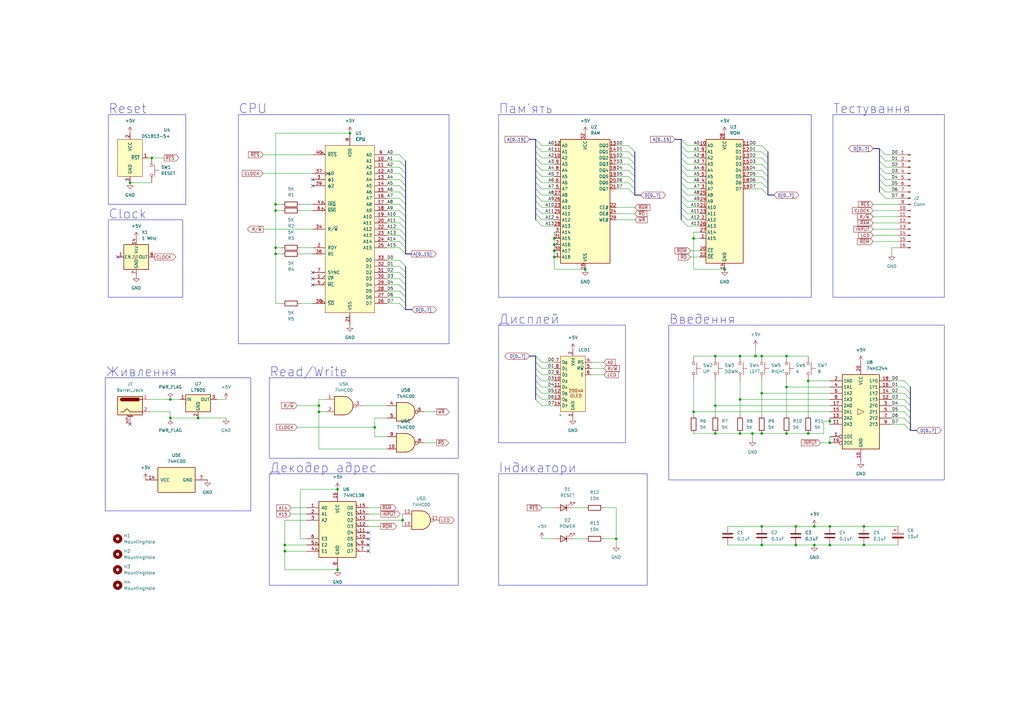
<source format=kicad_sch>
(kicad_sch (version 20230121) (generator eeschema)
  (paper "A3")
  (junction (at 334.01 215.9))
  (junction (at 340.36 181.61))
  (junction (at 303.53 177.8))
  (junction (at 331.47 156.21))
  (junction (at 308.61 177.8))
  (junction (at 331.47 177.8))
  (junction (at 293.37 166.37))
  (junction (at 113.03 86.36))
  (junction (at 309.88 146.05))
  (junction (at 354.33 223.52))
  (junction (at 293.37 146.05))
  (junction (at 143.51 54.61))
  (junction (at 312.42 146.05))
  (junction (at 116.84 226.06))
  (junction (at 326.39 215.9))
  (junction (at 113.03 83.82))
  (junction (at 227.33 97.79))
  (junction (at 165.1 213.36))
  (junction (at 116.84 223.52))
  (junction (at 130.81 168.91))
  (junction (at 113.03 101.6))
  (junction (at 227.33 105.41))
  (junction (at 322.58 158.75))
  (junction (at 312.42 177.8))
  (junction (at 62.23 64.77))
  (junction (at 227.33 102.87))
  (junction (at 326.39 223.52))
  (junction (at 322.58 177.8))
  (junction (at 354.33 215.9))
  (junction (at 284.48 168.91))
  (junction (at 284.48 97.79))
  (junction (at 322.58 146.05))
  (junction (at 227.33 100.33))
  (junction (at 153.67 175.26))
  (junction (at 334.01 223.52))
  (junction (at 297.18 110.49))
  (junction (at 340.36 172.72))
  (junction (at 138.43 200.66))
  (junction (at 81.28 171.45))
  (junction (at 130.81 166.37))
  (junction (at 340.36 215.9))
  (junction (at 312.42 223.52))
  (junction (at 113.03 104.14))
  (junction (at 240.03 110.49))
  (junction (at 303.53 146.05))
  (junction (at 312.42 215.9))
  (junction (at 340.36 223.52))
  (junction (at 69.85 163.83))
  (junction (at 312.42 161.29))
  (junction (at 138.43 233.68))
  (junction (at 293.37 177.8))
  (junction (at 69.85 171.45))
  (junction (at 252.73 220.98))
  (junction (at 303.53 163.83))
  (junction (at 53.34 74.93))
  (no_connect (at 151.13 223.52))
  (no_connect (at 151.13 218.44))
  (no_connect (at 53.34 173.99))
  (no_connect (at 151.13 226.06))
  (no_connect (at 151.13 220.98))
  (no_connect (at 128.27 76.2))
  (no_connect (at 128.27 73.66))
  (no_connect (at 128.27 114.3))
  (no_connect (at 48.26 105.41))
  (no_connect (at 128.27 116.84))
  (no_connect (at 128.27 111.76))
  (bus_entry (at 363.22 78.74) (size -2.54 -2.54))
  (bus_entry (at 163.83 81.28) (size 2.54 2.54))
  (bus_entry (at 312.42 69.85) (size 2.54 2.54))
  (bus_entry (at 363.22 76.2) (size -2.54 -2.54))
  (bus_entry (at 163.83 91.44) (size 2.54 2.54))
  (bus_entry (at 312.42 72.39) (size 2.54 2.54))
  (bus_entry (at 163.83 101.6) (size 2.54 2.54))
  (bus_entry (at 281.94 69.85) (size -2.54 -2.54))
  (bus_entry (at 257.81 69.85) (size 2.54 2.54))
  (bus_entry (at 370.84 163.83) (size 2.54 2.54))
  (bus_entry (at 163.83 68.58) (size 2.54 2.54))
  (bus_entry (at 257.81 59.69) (size 2.54 2.54))
  (bus_entry (at 163.83 66.04) (size 2.54 2.54))
  (bus_entry (at 163.83 124.46) (size 2.54 2.54))
  (bus_entry (at 163.83 73.66) (size 2.54 2.54))
  (bus_entry (at 163.83 99.06) (size 2.54 2.54))
  (bus_entry (at 222.25 62.23) (size -2.54 -2.54))
  (bus_entry (at 222.25 72.39) (size -2.54 -2.54))
  (bus_entry (at 163.83 116.84) (size 2.54 2.54))
  (bus_entry (at 281.94 62.23) (size -2.54 -2.54))
  (bus_entry (at 163.83 106.68) (size 2.54 2.54))
  (bus_entry (at 370.84 173.99) (size 2.54 2.54))
  (bus_entry (at 163.83 71.12) (size 2.54 2.54))
  (bus_entry (at 257.81 67.31) (size 2.54 2.54))
  (bus_entry (at 163.83 121.92) (size 2.54 2.54))
  (bus_entry (at 222.25 92.71) (size -2.54 -2.54))
  (bus_entry (at 312.42 74.93) (size 2.54 2.54))
  (bus_entry (at 281.94 59.69) (size -2.54 -2.54))
  (bus_entry (at 257.81 72.39) (size 2.54 2.54))
  (bus_entry (at 163.83 109.22) (size 2.54 2.54))
  (bus_entry (at 222.25 90.17) (size -2.54 -2.54))
  (bus_entry (at 281.94 85.09) (size -2.54 -2.54))
  (bus_entry (at 370.84 171.45) (size 2.54 2.54))
  (bus_entry (at 363.22 63.5) (size -2.54 -2.54))
  (bus_entry (at 312.42 77.47) (size 2.54 2.54))
  (bus_entry (at 163.83 63.5) (size 2.54 2.54))
  (bus_entry (at 222.25 77.47) (size -2.54 -2.54))
  (bus_entry (at 163.83 83.82) (size 2.54 2.54))
  (bus_entry (at 281.94 87.63) (size -2.54 -2.54))
  (bus_entry (at 312.42 59.69) (size 2.54 2.54))
  (bus_entry (at 370.84 166.37) (size 2.54 2.54))
  (bus_entry (at 222.25 166.37) (size -2.54 -2.54))
  (bus_entry (at 222.25 158.75) (size -2.54 -2.54))
  (bus_entry (at 222.25 151.13) (size -2.54 -2.54))
  (bus_entry (at 257.81 77.47) (size 2.54 2.54))
  (bus_entry (at 363.22 73.66) (size -2.54 -2.54))
  (bus_entry (at 257.81 62.23) (size 2.54 2.54))
  (bus_entry (at 281.94 74.93) (size -2.54 -2.54))
  (bus_entry (at 257.81 74.93) (size 2.54 2.54))
  (bus_entry (at 163.83 86.36) (size 2.54 2.54))
  (bus_entry (at 281.94 67.31) (size -2.54 -2.54))
  (bus_entry (at 163.83 119.38) (size 2.54 2.54))
  (bus_entry (at 222.25 85.09) (size -2.54 -2.54))
  (bus_entry (at 222.25 82.55) (size -2.54 -2.54))
  (bus_entry (at 163.83 114.3) (size 2.54 2.54))
  (bus_entry (at 281.94 72.39) (size -2.54 -2.54))
  (bus_entry (at 222.25 161.29) (size -2.54 -2.54))
  (bus_entry (at 222.25 87.63) (size -2.54 -2.54))
  (bus_entry (at 257.81 64.77) (size 2.54 2.54))
  (bus_entry (at 370.84 158.75) (size 2.54 2.54))
  (bus_entry (at 163.83 78.74) (size 2.54 2.54))
  (bus_entry (at 281.94 80.01) (size -2.54 -2.54))
  (bus_entry (at 281.94 90.17) (size -2.54 -2.54))
  (bus_entry (at 222.25 64.77) (size -2.54 -2.54))
  (bus_entry (at 163.83 88.9) (size 2.54 2.54))
  (bus_entry (at 281.94 77.47) (size -2.54 -2.54))
  (bus_entry (at 222.25 59.69) (size -2.54 -2.54))
  (bus_entry (at 163.83 96.52) (size 2.54 2.54))
  (bus_entry (at 312.42 67.31) (size 2.54 2.54))
  (bus_entry (at 222.25 69.85) (size -2.54 -2.54))
  (bus_entry (at 222.25 80.01) (size -2.54 -2.54))
  (bus_entry (at 222.25 153.67) (size -2.54 -2.54))
  (bus_entry (at 163.83 93.98) (size 2.54 2.54))
  (bus_entry (at 370.84 156.21) (size 2.54 2.54))
  (bus_entry (at 281.94 92.71) (size -2.54 -2.54))
  (bus_entry (at 222.25 163.83) (size -2.54 -2.54))
  (bus_entry (at 363.22 66.04) (size -2.54 -2.54))
  (bus_entry (at 281.94 64.77) (size -2.54 -2.54))
  (bus_entry (at 363.22 71.12) (size -2.54 -2.54))
  (bus_entry (at 163.83 76.2) (size 2.54 2.54))
  (bus_entry (at 222.25 148.59) (size -2.54 -2.54))
  (bus_entry (at 281.94 82.55) (size -2.54 -2.54))
  (bus_entry (at 370.84 168.91) (size 2.54 2.54))
  (bus_entry (at 222.25 67.31) (size -2.54 -2.54))
  (bus_entry (at 363.22 68.58) (size -2.54 -2.54))
  (bus_entry (at 222.25 74.93) (size -2.54 -2.54))
  (bus_entry (at 312.42 64.77) (size 2.54 2.54))
  (bus_entry (at 222.25 156.21) (size -2.54 -2.54))
  (bus_entry (at 163.83 111.76) (size 2.54 2.54))
  (bus_entry (at 363.22 81.28) (size -2.54 -2.54))
  (bus_entry (at 370.84 161.29) (size 2.54 2.54))
  (bus_entry (at 312.42 62.23) (size 2.54 2.54))
  (wire (pts (xy 227.33 158.75) (xy 222.25 158.75)))
  (wire (pts (xy 107.95 71.12) (xy 128.27 71.12)))
  (wire (pts (xy 368.3 68.58) (xy 363.22 68.58)))
  (wire (pts (xy 165.1 213.36) (xy 165.1 215.9)))
  (wire (pts (xy 227.33 92.71) (xy 222.25 92.71)))
  (wire (pts (xy 113.03 86.36) (xy 113.03 83.82)))
  (wire (pts (xy 153.67 171.45) (xy 158.75 171.45)))
  (wire (pts (xy 287.02 77.47) (xy 281.94 77.47)))
  (bus (pts (xy 373.38 161.29) (xy 373.38 163.83)))
  (bus (pts (xy 219.71 72.39) (xy 219.71 74.93)))
  (wire (pts (xy 115.57 101.6) (xy 113.03 101.6)))
  (bus (pts (xy 260.35 64.77) (xy 260.35 67.31)))
  (bus (pts (xy 373.38 166.37) (xy 373.38 168.91)))
  (wire (pts (xy 368.3 81.28) (xy 363.22 81.28)))
  (wire (pts (xy 340.36 179.07) (xy 340.36 181.61)))
  (wire (pts (xy 308.61 177.8) (xy 312.42 177.8)))
  (bus (pts (xy 166.37 66.04) (xy 166.37 68.58)))
  (wire (pts (xy 368.3 71.12) (xy 363.22 71.12)))
  (wire (pts (xy 307.34 72.39) (xy 312.42 72.39)))
  (wire (pts (xy 252.73 67.31) (xy 257.81 67.31)))
  (wire (pts (xy 158.75 73.66) (xy 163.83 73.66)))
  (bus (pts (xy 219.71 158.75) (xy 219.71 156.21)))
  (wire (pts (xy 130.81 168.91) (xy 133.35 168.91)))
  (wire (pts (xy 148.59 166.37) (xy 158.75 166.37)))
  (wire (pts (xy 252.73 208.28) (xy 252.73 220.98)))
  (bus (pts (xy 260.35 62.23) (xy 260.35 64.77)))
  (wire (pts (xy 227.33 148.59) (xy 222.25 148.59)))
  (bus (pts (xy 219.71 156.21) (xy 219.71 153.67)))
  (wire (pts (xy 284.48 146.05) (xy 293.37 146.05)))
  (wire (pts (xy 158.75 106.68) (xy 163.83 106.68)))
  (wire (pts (xy 227.33 105.41) (xy 227.33 110.49)))
  (bus (pts (xy 217.17 57.15) (xy 219.71 57.15)))
  (wire (pts (xy 312.42 161.29) (xy 340.36 161.29)))
  (wire (pts (xy 113.03 83.82) (xy 113.03 54.61)))
  (wire (pts (xy 252.73 64.77) (xy 257.81 64.77)))
  (bus (pts (xy 166.37 119.38) (xy 166.37 121.92)))
  (wire (pts (xy 307.34 64.77) (xy 312.42 64.77)))
  (wire (pts (xy 116.84 223.52) (xy 116.84 226.06)))
  (wire (pts (xy 62.23 64.77) (xy 67.31 64.77)))
  (wire (pts (xy 113.03 54.61) (xy 143.51 54.61)))
  (wire (pts (xy 227.33 156.21) (xy 222.25 156.21)))
  (wire (pts (xy 287.02 87.63) (xy 281.94 87.63)))
  (bus (pts (xy 279.4 57.15) (xy 279.4 59.69)))
  (wire (pts (xy 227.33 69.85) (xy 222.25 69.85)))
  (wire (pts (xy 158.75 83.82) (xy 163.83 83.82)))
  (wire (pts (xy 326.39 215.9) (xy 334.01 215.9)))
  (bus (pts (xy 219.71 82.55) (xy 219.71 85.09)))
  (wire (pts (xy 283.21 105.41) (xy 287.02 105.41)))
  (bus (pts (xy 279.4 67.31) (xy 279.4 69.85)))
  (wire (pts (xy 354.33 223.52) (xy 340.36 223.52)))
  (wire (pts (xy 115.57 83.82) (xy 113.03 83.82)))
  (wire (pts (xy 88.9 163.83) (xy 92.71 163.83)))
  (wire (pts (xy 62.23 74.93) (xy 53.34 74.93)))
  (wire (pts (xy 309.88 146.05) (xy 312.42 146.05)))
  (wire (pts (xy 368.3 78.74) (xy 363.22 78.74)))
  (wire (pts (xy 252.73 69.85) (xy 257.81 69.85)))
  (wire (pts (xy 252.73 223.52) (xy 252.73 220.98)))
  (wire (pts (xy 158.75 71.12) (xy 163.83 71.12)))
  (wire (pts (xy 336.55 181.61) (xy 340.36 181.61)))
  (wire (pts (xy 307.34 67.31) (xy 312.42 67.31)))
  (wire (pts (xy 368.3 76.2) (xy 363.22 76.2)))
  (bus (pts (xy 260.35 77.47) (xy 260.35 80.01)))
  (wire (pts (xy 158.75 91.44) (xy 163.83 91.44)))
  (wire (pts (xy 247.65 153.67) (xy 242.57 153.67)))
  (bus (pts (xy 219.71 163.83) (xy 219.71 161.29)))
  (wire (pts (xy 365.76 168.91) (xy 370.84 168.91)))
  (wire (pts (xy 283.21 102.87) (xy 287.02 102.87)))
  (wire (pts (xy 158.75 88.9) (xy 163.83 88.9)))
  (bus (pts (xy 314.96 80.01) (xy 317.5 80.01)))
  (wire (pts (xy 227.33 102.87) (xy 227.33 105.41)))
  (wire (pts (xy 293.37 166.37) (xy 293.37 156.21)))
  (bus (pts (xy 219.71 80.01) (xy 219.71 82.55)))
  (bus (pts (xy 373.38 176.53) (xy 375.92 176.53)))
  (wire (pts (xy 158.75 96.52) (xy 163.83 96.52)))
  (wire (pts (xy 158.75 68.58) (xy 163.83 68.58)))
  (wire (pts (xy 326.39 223.52) (xy 312.42 223.52)))
  (wire (pts (xy 340.36 166.37) (xy 293.37 166.37)))
  (bus (pts (xy 166.37 116.84) (xy 166.37 119.38)))
  (wire (pts (xy 293.37 177.8) (xy 303.53 177.8)))
  (wire (pts (xy 158.75 179.07) (xy 153.67 179.07)))
  (wire (pts (xy 284.48 97.79) (xy 287.02 97.79)))
  (bus (pts (xy 360.68 73.66) (xy 360.68 71.12)))
  (wire (pts (xy 227.33 151.13) (xy 222.25 151.13)))
  (wire (pts (xy 287.02 62.23) (xy 281.94 62.23)))
  (wire (pts (xy 130.81 168.91) (xy 130.81 184.15)))
  (wire (pts (xy 340.36 172.72) (xy 340.36 173.99)))
  (bus (pts (xy 166.37 81.28) (xy 166.37 83.82)))
  (wire (pts (xy 331.47 177.8) (xy 337.82 177.8)))
  (wire (pts (xy 116.84 233.68) (xy 138.43 233.68)))
  (wire (pts (xy 340.36 215.9) (xy 354.33 215.9)))
  (wire (pts (xy 60.96 168.91) (xy 69.85 168.91)))
  (bus (pts (xy 314.96 62.23) (xy 314.96 64.77)))
  (wire (pts (xy 116.84 223.52) (xy 125.73 223.52)))
  (wire (pts (xy 298.45 215.9) (xy 312.42 215.9)))
  (wire (pts (xy 337.82 172.72) (xy 340.36 172.72)))
  (wire (pts (xy 358.14 86.36) (xy 368.3 86.36)))
  (wire (pts (xy 113.03 104.14) (xy 113.03 101.6)))
  (bus (pts (xy 314.96 67.31) (xy 314.96 69.85)))
  (bus (pts (xy 279.4 59.69) (xy 279.4 62.23)))
  (bus (pts (xy 166.37 101.6) (xy 166.37 104.14)))
  (bus (pts (xy 314.96 74.93) (xy 314.96 77.47)))
  (wire (pts (xy 128.27 83.82) (xy 123.19 83.82)))
  (bus (pts (xy 219.71 146.05) (xy 217.17 146.05)))
  (wire (pts (xy 123.19 200.66) (xy 138.43 200.66)))
  (wire (pts (xy 227.33 72.39) (xy 222.25 72.39)))
  (wire (pts (xy 158.75 93.98) (xy 163.83 93.98)))
  (wire (pts (xy 227.33 87.63) (xy 222.25 87.63)))
  (wire (pts (xy 158.75 63.5) (xy 163.83 63.5)))
  (wire (pts (xy 227.33 100.33) (xy 227.33 102.87)))
  (wire (pts (xy 252.73 77.47) (xy 257.81 77.47)))
  (wire (pts (xy 308.61 177.8) (xy 308.61 180.34)))
  (wire (pts (xy 173.99 181.61) (xy 179.07 181.61)))
  (bus (pts (xy 373.38 158.75) (xy 373.38 161.29)))
  (wire (pts (xy 322.58 158.75) (xy 340.36 158.75)))
  (wire (pts (xy 312.42 177.8) (xy 322.58 177.8)))
  (wire (pts (xy 227.33 163.83) (xy 222.25 163.83)))
  (wire (pts (xy 123.19 220.98) (xy 123.19 200.66)))
  (wire (pts (xy 115.57 124.46) (xy 113.03 124.46)))
  (bus (pts (xy 219.71 153.67) (xy 219.71 151.13)))
  (bus (pts (xy 360.68 76.2) (xy 360.68 73.66)))
  (wire (pts (xy 358.14 99.06) (xy 368.3 99.06)))
  (wire (pts (xy 156.21 210.82) (xy 151.13 210.82)))
  (wire (pts (xy 116.84 226.06) (xy 116.84 233.68)))
  (wire (pts (xy 365.76 171.45) (xy 370.84 171.45)))
  (wire (pts (xy 158.75 119.38) (xy 163.83 119.38)))
  (wire (pts (xy 252.73 62.23) (xy 257.81 62.23)))
  (bus (pts (xy 279.4 82.55) (xy 279.4 85.09)))
  (wire (pts (xy 234.95 208.28) (xy 240.03 208.28)))
  (wire (pts (xy 227.33 62.23) (xy 222.25 62.23)))
  (wire (pts (xy 368.3 101.6) (xy 365.76 101.6)))
  (wire (pts (xy 284.48 97.79) (xy 284.48 110.49)))
  (wire (pts (xy 227.33 67.31) (xy 222.25 67.31)))
  (wire (pts (xy 158.75 101.6) (xy 163.83 101.6)))
  (wire (pts (xy 128.27 124.46) (xy 123.19 124.46)))
  (wire (pts (xy 227.33 64.77) (xy 222.25 64.77)))
  (wire (pts (xy 128.27 86.36) (xy 123.19 86.36)))
  (wire (pts (xy 158.75 121.92) (xy 163.83 121.92)))
  (bus (pts (xy 373.38 163.83) (xy 373.38 166.37)))
  (bus (pts (xy 219.71 151.13) (xy 219.71 148.59)))
  (wire (pts (xy 113.03 101.6) (xy 113.03 86.36)))
  (bus (pts (xy 219.71 148.59) (xy 219.71 146.05)))
  (bus (pts (xy 166.37 111.76) (xy 166.37 114.3)))
  (wire (pts (xy 284.48 110.49) (xy 297.18 110.49)))
  (wire (pts (xy 303.53 146.05) (xy 309.88 146.05)))
  (wire (pts (xy 307.34 59.69) (xy 312.42 59.69)))
  (wire (pts (xy 252.73 74.93) (xy 257.81 74.93)))
  (wire (pts (xy 303.53 163.83) (xy 340.36 163.83)))
  (bus (pts (xy 219.71 59.69) (xy 219.71 62.23)))
  (wire (pts (xy 128.27 101.6) (xy 123.19 101.6)))
  (wire (pts (xy 284.48 168.91) (xy 340.36 168.91)))
  (wire (pts (xy 368.3 73.66) (xy 363.22 73.66)))
  (bus (pts (xy 166.37 83.82) (xy 166.37 86.36)))
  (wire (pts (xy 358.14 83.82) (xy 368.3 83.82)))
  (wire (pts (xy 116.84 213.36) (xy 116.84 223.52)))
  (wire (pts (xy 358.14 91.44) (xy 368.3 91.44)))
  (wire (pts (xy 156.21 215.9) (xy 151.13 215.9)))
  (bus (pts (xy 166.37 78.74) (xy 166.37 81.28)))
  (bus (pts (xy 166.37 88.9) (xy 166.37 91.44)))
  (wire (pts (xy 293.37 166.37) (xy 293.37 170.18)))
  (bus (pts (xy 219.71 161.29) (xy 219.71 158.75)))
  (bus (pts (xy 166.37 68.58) (xy 166.37 71.12)))
  (bus (pts (xy 166.37 71.12) (xy 166.37 73.66)))
  (bus (pts (xy 314.96 64.77) (xy 314.96 67.31)))
  (wire (pts (xy 284.48 95.25) (xy 287.02 95.25)))
  (wire (pts (xy 307.34 77.47) (xy 312.42 77.47)))
  (wire (pts (xy 119.38 210.82) (xy 125.73 210.82)))
  (bus (pts (xy 279.4 87.63) (xy 279.4 90.17)))
  (wire (pts (xy 365.76 166.37) (xy 370.84 166.37)))
  (wire (pts (xy 227.33 77.47) (xy 222.25 77.47)))
  (bus (pts (xy 314.96 72.39) (xy 314.96 74.93)))
  (wire (pts (xy 287.02 64.77) (xy 281.94 64.77)))
  (bus (pts (xy 360.68 68.58) (xy 360.68 66.04)))
  (wire (pts (xy 334.01 215.9) (xy 340.36 215.9)))
  (wire (pts (xy 368.3 223.52) (xy 354.33 223.52)))
  (bus (pts (xy 166.37 109.22) (xy 166.37 111.76)))
  (wire (pts (xy 322.58 156.21) (xy 322.58 158.75)))
  (wire (pts (xy 113.03 86.36) (xy 115.57 86.36)))
  (wire (pts (xy 287.02 80.01) (xy 281.94 80.01)))
  (wire (pts (xy 247.65 151.13) (xy 242.57 151.13)))
  (wire (pts (xy 227.33 97.79) (xy 227.33 100.33)))
  (bus (pts (xy 219.71 87.63) (xy 219.71 90.17)))
  (wire (pts (xy 287.02 59.69) (xy 281.94 59.69)))
  (wire (pts (xy 334.01 223.52) (xy 326.39 223.52)))
  (wire (pts (xy 307.34 69.85) (xy 312.42 69.85)))
  (wire (pts (xy 287.02 67.31) (xy 281.94 67.31)))
  (bus (pts (xy 166.37 127) (xy 168.91 127)))
  (wire (pts (xy 227.33 74.93) (xy 222.25 74.93)))
  (wire (pts (xy 151.13 213.36) (xy 165.1 213.36)))
  (wire (pts (xy 133.35 163.83) (xy 130.81 163.83)))
  (bus (pts (xy 166.37 91.44) (xy 166.37 93.98)))
  (wire (pts (xy 121.92 166.37) (xy 130.81 166.37)))
  (wire (pts (xy 303.53 170.18) (xy 303.53 163.83)))
  (bus (pts (xy 166.37 124.46) (xy 166.37 127)))
  (wire (pts (xy 227.33 80.01) (xy 222.25 80.01)))
  (wire (pts (xy 287.02 72.39) (xy 281.94 72.39)))
  (wire (pts (xy 125.73 220.98) (xy 123.19 220.98)))
  (bus (pts (xy 166.37 121.92) (xy 166.37 124.46)))
  (wire (pts (xy 365.76 173.99) (xy 370.84 173.99)))
  (wire (pts (xy 158.75 99.06) (xy 163.83 99.06)))
  (wire (pts (xy 260.35 85.09) (xy 252.73 85.09)))
  (bus (pts (xy 360.68 66.04) (xy 360.68 63.5)))
  (bus (pts (xy 314.96 69.85) (xy 314.96 72.39)))
  (wire (pts (xy 307.34 62.23) (xy 312.42 62.23)))
  (wire (pts (xy 153.67 179.07) (xy 153.67 175.26)))
  (wire (pts (xy 158.75 114.3) (xy 163.83 114.3)))
  (wire (pts (xy 107.95 93.98) (xy 128.27 93.98)))
  (wire (pts (xy 227.33 153.67) (xy 222.25 153.67)))
  (bus (pts (xy 279.4 72.39) (xy 279.4 74.93)))
  (wire (pts (xy 368.3 66.04) (xy 363.22 66.04)))
  (wire (pts (xy 284.48 177.8) (xy 293.37 177.8)))
  (wire (pts (xy 337.82 177.8) (xy 337.82 172.72)))
  (wire (pts (xy 69.85 171.45) (xy 81.28 171.45)))
  (bus (pts (xy 166.37 73.66) (xy 166.37 76.2)))
  (bus (pts (xy 219.71 77.47) (xy 219.71 80.01)))
  (bus (pts (xy 166.37 96.52) (xy 166.37 99.06)))
  (bus (pts (xy 166.37 86.36) (xy 166.37 88.9)))
  (bus (pts (xy 219.71 62.23) (xy 219.71 64.77)))
  (wire (pts (xy 287.02 90.17) (xy 281.94 90.17)))
  (wire (pts (xy 234.95 220.98) (xy 240.03 220.98)))
  (bus (pts (xy 279.4 69.85) (xy 279.4 72.39)))
  (wire (pts (xy 322.58 146.05) (xy 331.47 146.05)))
  (bus (pts (xy 279.4 62.23) (xy 279.4 64.77)))
  (wire (pts (xy 158.75 111.76) (xy 163.83 111.76)))
  (wire (pts (xy 365.76 156.21) (xy 370.84 156.21)))
  (wire (pts (xy 227.33 95.25) (xy 227.33 97.79)))
  (bus (pts (xy 260.35 67.31) (xy 260.35 69.85)))
  (wire (pts (xy 365.76 163.83) (xy 370.84 163.83)))
  (bus (pts (xy 166.37 104.14) (xy 168.91 104.14)))
  (wire (pts (xy 322.58 177.8) (xy 331.47 177.8)))
  (wire (pts (xy 331.47 156.21) (xy 331.47 170.18)))
  (bus (pts (xy 279.4 64.77) (xy 279.4 67.31)))
  (wire (pts (xy 303.53 156.21) (xy 303.53 163.83)))
  (wire (pts (xy 119.38 208.28) (xy 125.73 208.28)))
  (bus (pts (xy 360.68 63.5) (xy 360.68 60.96)))
  (bus (pts (xy 166.37 93.98) (xy 166.37 96.52)))
  (wire (pts (xy 158.75 109.22) (xy 163.83 109.22)))
  (bus (pts (xy 373.38 168.91) (xy 373.38 171.45)))
  (wire (pts (xy 113.03 124.46) (xy 113.03 104.14)))
  (wire (pts (xy 307.34 74.93) (xy 312.42 74.93)))
  (wire (pts (xy 222.25 220.98) (xy 227.33 220.98)))
  (bus (pts (xy 276.86 57.15) (xy 279.4 57.15)))
  (wire (pts (xy 247.65 208.28) (xy 252.73 208.28)))
  (bus (pts (xy 219.71 85.09) (xy 219.71 87.63)))
  (bus (pts (xy 166.37 99.06) (xy 166.37 101.6)))
  (wire (pts (xy 227.33 161.29) (xy 222.25 161.29)))
  (wire (pts (xy 312.42 215.9) (xy 326.39 215.9)))
  (bus (pts (xy 360.68 71.12) (xy 360.68 68.58)))
  (wire (pts (xy 62.23 64.77) (xy 60.96 64.77)))
  (bus (pts (xy 314.96 77.47) (xy 314.96 80.01)))
  (bus (pts (xy 166.37 76.2) (xy 166.37 78.74)))
  (bus (pts (xy 219.71 69.85) (xy 219.71 72.39)))
  (wire (pts (xy 260.35 90.17) (xy 252.73 90.17)))
  (wire (pts (xy 156.21 208.28) (xy 151.13 208.28)))
  (wire (pts (xy 227.33 82.55) (xy 222.25 82.55)))
  (wire (pts (xy 115.57 104.14) (xy 113.03 104.14)))
  (wire (pts (xy 128.27 104.14) (xy 123.19 104.14)))
  (bus (pts (xy 279.4 77.47) (xy 279.4 80.01)))
  (wire (pts (xy 158.75 86.36) (xy 163.83 86.36)))
  (wire (pts (xy 358.14 88.9) (xy 368.3 88.9)))
  (wire (pts (xy 365.76 161.29) (xy 370.84 161.29)))
  (bus (pts (xy 219.71 67.31) (xy 219.71 69.85)))
  (bus (pts (xy 219.71 64.77) (xy 219.71 67.31)))
  (bus (pts (xy 260.35 74.93) (xy 260.35 77.47)))
  (wire (pts (xy 312.42 161.29) (xy 312.42 170.18)))
  (wire (pts (xy 331.47 156.21) (xy 340.36 156.21)))
  (wire (pts (xy 227.33 85.09) (xy 222.25 85.09)))
  (wire (pts (xy 260.35 87.63) (xy 252.73 87.63)))
  (bus (pts (xy 260.35 72.39) (xy 260.35 74.93)))
  (bus (pts (xy 373.38 171.45) (xy 373.38 173.99)))
  (wire (pts (xy 252.73 59.69) (xy 257.81 59.69)))
  (wire (pts (xy 92.71 171.45) (xy 81.28 171.45)))
  (bus (pts (xy 360.68 60.96) (xy 358.14 60.96)))
  (wire (pts (xy 116.84 213.36) (xy 125.73 213.36)))
  (wire (pts (xy 252.73 72.39) (xy 257.81 72.39)))
  (wire (pts (xy 284.48 170.18) (xy 284.48 168.91)))
  (wire (pts (xy 222.25 208.28) (xy 227.33 208.28)))
  (wire (pts (xy 365.76 101.6) (xy 365.76 104.14)))
  (wire (pts (xy 165.1 210.82) (xy 165.1 213.36)))
  (wire (pts (xy 179.07 168.91) (xy 173.99 168.91)))
  (wire (pts (xy 121.92 175.26) (xy 153.67 175.26)))
  (wire (pts (xy 130.81 184.15) (xy 158.75 184.15)))
  (wire (pts (xy 158.75 124.46) (xy 163.83 124.46)))
  (wire (pts (xy 158.75 76.2) (xy 163.83 76.2)))
  (wire (pts (xy 158.75 78.74) (xy 163.83 78.74)))
  (bus (pts (xy 373.38 173.99) (xy 373.38 176.53)))
  (wire (pts (xy 340.36 171.45) (xy 340.36 172.72)))
  (bus (pts (xy 260.35 69.85) (xy 260.35 72.39)))
  (wire (pts (xy 358.14 93.98) (xy 368.3 93.98)))
  (wire (pts (xy 240.03 110.49) (xy 227.33 110.49)))
  (bus (pts (xy 279.4 74.93) (xy 279.4 77.47)))
  (wire (pts (xy 158.75 66.04) (xy 163.83 66.04)))
  (wire (pts (xy 153.67 171.45) (xy 153.67 175.26)))
  (wire (pts (xy 227.33 166.37) (xy 222.25 166.37)))
  (wire (pts (xy 158.75 81.28) (xy 163.83 81.28)))
  (wire (pts (xy 284.48 95.25) (xy 284.48 97.79)))
  (wire (pts (xy 247.65 148.59) (xy 242.57 148.59)))
  (wire (pts (xy 287.02 82.55) (xy 281.94 82.55)))
  (wire (pts (xy 303.53 177.8) (xy 308.61 177.8)))
  (wire (pts (xy 368.3 96.52) (xy 358.14 96.52)))
  (wire (pts (xy 69.85 163.83) (xy 73.66 163.83)))
  (wire (pts (xy 340.36 223.52) (xy 334.01 223.52)))
  (wire (pts (xy 227.33 59.69) (xy 222.25 59.69)))
  (wire (pts (xy 365.76 158.75) (xy 370.84 158.75)))
  (wire (pts (xy 107.95 63.5) (xy 128.27 63.5)))
  (bus (pts (xy 260.35 80.01) (xy 262.89 80.01)))
  (wire (pts (xy 60.96 163.83) (xy 69.85 163.83)))
  (bus (pts (xy 360.68 78.74) (xy 360.68 76.2)))
  (wire (pts (xy 309.88 142.24) (xy 309.88 146.05)))
  (wire (pts (xy 287.02 92.71) (xy 281.94 92.71)))
  (wire (pts (xy 287.02 74.93) (xy 281.94 74.93)))
  (wire (pts (xy 252.73 220.98) (xy 247.65 220.98)))
  (wire (pts (xy 312.42 146.05) (xy 322.58 146.05)))
  (wire (pts (xy 287.02 69.85) (xy 281.94 69.85)))
  (wire (pts (xy 130.81 166.37) (xy 130.81 168.91)))
  (bus (pts (xy 219.71 57.15) (xy 219.71 59.69)))
  (wire (pts (xy 69.85 168.91) (xy 69.85 171.45)))
  (wire (pts (xy 312.42 156.21) (xy 312.42 161.29)))
  (wire (pts (xy 116.84 226.06) (xy 125.73 226.06)))
  (wire (pts (xy 158.75 116.84) (xy 163.83 116.84)))
  (wire (pts (xy 287.02 85.09) (xy 281.94 85.09)))
  (bus (pts (xy 219.71 74.93) (xy 219.71 77.47)))
  (wire (pts (xy 368.3 63.5) (xy 363.22 63.5)))
  (wire (pts (xy 130.81 163.83) (xy 130.81 166.37)))
  (wire (pts (xy 284.48 156.21) (xy 284.48 168.91)))
  (bus (pts (xy 279.4 80.01) (xy 279.4 82.55)))
  (wire (pts (xy 227.33 90.17) (xy 222.25 90.17)))
  (wire (pts (xy 293.37 146.05) (xy 303.53 146.05)))
  (wire (pts (xy 354.33 215.9) (xy 368.3 215.9)))
  (wire (pts (xy 312.42 223.52) (xy 298.45 223.52)))
  (bus (pts (xy 166.37 114.3) (xy 166.37 116.84)))
  (wire (pts (xy 322.58 170.18) (xy 322.58 158.75)))
  (bus (pts (xy 279.4 85.09) (xy 279.4 87.63)))
  (rectangle (start 110.49 194.31) (end 187.96 240.03))
  (rectangle (start 274.32 133.35) (end 387.35 196.85))
  (rectangle (start 204.47 133.35) (end 256.54 181.61))
  (rectangle (start 44.45 90.17) (end 74.93 121.92))
  (rectangle (start 341.63 46.99) (end 387.35 121.92))
  (rectangle (start 43.18 154.94) (end 102.87 209.55))
  (rectangle (start 44.45 46.99) (end 76.2 83.82))
  (rectangle (start 204.47 46.99) (end 332.74 121.92))
  (rectangle (start 110.49 154.94) (end 187.96 187.96))
  (rectangle (start 97.79 46.99) (end 184.15 140.97))
  (rectangle (start 204.47 194.31) (end 265.43 240.03))
  (text "Тестування" (at 341.63 46.99 0) (effects (font (size 3.81 3.81)) (justify left bottom)))
  (text "Декодер адрес" (at 110.49 194.31 0) (effects (font (size 3.81 3.81)) (justify left bottom)))
  (text "Reset" (at 44.45 46.99 0) (effects (font (size 3.81 3.81)) (justify left bottom)))
  (text "Clock" (at 44.45 90.17 0) (effects (font (size 3.81 3.81)) (justify left bottom)))
  (text "Живлення" (at 43.18 154.94 0) (effects (font (size 3.81 3.81)) (justify left bottom)))
  (text "Пам'ять" (at 204.47 46.99 0) (effects (font (size 3.81 3.81)) (justify left bottom)))
  (text "Введення" (at 274.32 133.35 0) (effects (font (size 3.81 3.81)) (justify left bottom)))
  (text "Дисплей" (at 204.47 133.35 0) (effects (font (size 3.81 3.81)) (justify left bottom)))
  (text "Індикатори" (at 204.47 194.31 0) (effects (font (size 3.81 3.81)) (justify left bottom)))
  (text "CPU" (at 97.79 46.99 0) (effects (font (size 3.81 3.81)) (justify left bottom)))
  (text "Read/Write" (at 110.49 154.94 0) (effects (font (size 3.81 3.81)) (justify left bottom)))
  (label "A0" (at 158.75 63.5 0))
  (label "A0" (at 287.02 59.69 180))
  (label "A14" (at 158.75 99.06 0))
  (label "A6" (at 158.75 78.74 0))
  (label "A9" (at 287.02 82.55 180))
  (label "A9" (at 158.75 86.36 0))
  (label "D0" (at 158.75 106.68 0))
  (label "A9" (at 227.33 82.55 180))
  (label "D6" (at 227.33 163.83 180))
  (label "A6" (at 227.33 74.93 180))
  (label "D7" (at 252.73 77.47 0))
  (label "D3" (at 365.76 163.83 0))
  (label "D6" (at 307.34 74.93 0))
  (label "A4" (at 158.75 73.66 0))
  (label "D7" (at 158.75 124.46 0))
  (label "A5" (at 158.75 76.2 0))
  (label "D5" (at 368.3 76.2 180))
  (label "A5" (at 287.02 72.39 180))
  (label "D7" (at 368.3 81.28 180))
  (label "A10" (at 158.75 88.9 0))
  (label "D0" (at 365.76 156.21 0))
  (label "D0" (at 368.3 63.5 180))
  (label "A12" (at 227.33 90.17 180))
  (label "A2" (at 287.02 64.77 180))
  (label "D4" (at 158.75 116.84 0))
  (label "D4" (at 307.34 69.85 0))
  (label "D6" (at 368.3 78.74 180))
  (label "D5" (at 252.73 72.39 0))
  (label "D6" (at 252.73 74.93 0))
  (label "D2" (at 368.3 68.58 180))
  (label "A13" (at 227.33 92.71 180))
  (label "D2" (at 252.73 64.77 0))
  (label "D5" (at 158.75 119.38 0))
  (label "A8" (at 287.02 80.01 180))
  (label "D5" (at 227.33 161.29 180))
  (label "A11" (at 158.75 91.44 0))
  (label "D0" (at 227.33 148.59 180))
  (label "D7" (at 307.34 77.47 0))
  (label "A3" (at 158.75 71.12 0))
  (label "A8" (at 158.75 83.82 0))
  (label "A7" (at 287.02 77.47 180))
  (label "A6" (at 287.02 74.93 180))
  (label "A10" (at 227.33 85.09 180))
  (label "A11" (at 287.02 87.63 180))
  (label "A3" (at 287.02 67.31 180))
  (label "D2" (at 227.33 153.67 180))
  (label "A11" (at 227.33 87.63 180))
  (label "A7" (at 227.33 77.47 180))
  (label "D7" (at 227.33 166.37 180))
  (label "A3" (at 227.33 67.31 180))
  (label "D4" (at 252.73 69.85 0))
  (label "A2" (at 227.33 64.77 180))
  (label "D3" (at 252.73 67.31 0))
  (label "A4" (at 227.33 69.85 180))
  (label "D1" (at 252.73 62.23 0))
  (label "A4" (at 287.02 69.85 180))
  (label "A1" (at 287.02 62.23 180))
  (label "D1" (at 227.33 151.13 180))
  (label "D2" (at 307.34 64.77 0))
  (label "D5" (at 307.34 72.39 0))
  (label "D4" (at 365.76 166.37 0))
  (label "D7" (at 365.76 173.99 0))
  (label "A1" (at 158.75 66.04 0))
  (label "D0" (at 252.73 59.69 0))
  (label "A8" (at 227.33 80.01 180))
  (label "D1" (at 158.75 109.22 0))
  (label "D3" (at 307.34 67.31 0))
  (label "D3" (at 158.75 114.3 0))
  (label "D1" (at 307.34 62.23 0))
  (label "A12" (at 287.02 90.17 180))
  (label "A5" (at 227.33 72.39 180))
  (label "D2" (at 365.76 161.29 0))
  (label "A1" (at 227.33 62.23 180))
  (label "D6" (at 365.76 171.45 0))
  (label "A7" (at 158.75 81.28 0))
  (label "D6" (at 158.75 121.92 0))
  (label "D1" (at 365.76 158.75 0))
  (label "D0" (at 307.34 59.69 0))
  (label "D2" (at 158.75 111.76 0))
  (label "A13" (at 158.75 96.52 0))
  (label "D4" (at 368.3 73.66 180))
  (label "A12" (at 158.75 93.98 0))
  (label "D1" (at 368.3 66.04 180))
  (label "D3" (at 368.3 71.12 180))
  (label "A2" (at 158.75 68.58 0))
  (label "A10" (at 287.02 85.09 180))
  (label "D4" (at 227.33 158.75 180))
  (label "D3" (at 227.33 156.21 180))
  (label "A15" (at 158.75 101.6 0))
  (label "D5" (at 365.76 168.91 0))
  (label "A0" (at 227.33 59.69 180))
  (label "A13" (at 287.02 92.71 180))
  (global_label "~{RAM}" (shape input) (at 260.35 85.09 0) (property "Intersheetrefs" "${INTERSHEET_REFS}" (effects hide)))
  (global_label "A14" (shape input) (at 119.38 208.28 180) (property "Intersheetrefs" "${INTERSHEET_REFS}" (effects hide)))
  (global_label "D[0..7]" (shape bidirectional) (at 217.17 146.05 180) (property "Intersheetrefs" "${INTERSHEET_REFS}" (effects hide)))
  (global_label "~{WR}" (shape input) (at 260.35 90.17 0) (property "Intersheetrefs" "${INTERSHEET_REFS}" (effects hide)))
  (global_label "A[0..15]" (shape output) (at 168.91 104.14 0) (property "Intersheetrefs" "${INTERSHEET_REFS}" (effects hide)))
  (global_label "~{ROM}" (shape input) (at 283.21 102.87 180) (property "Intersheetrefs" "${INTERSHEET_REFS}" (effects hide)))
  (global_label "A0" (shape input) (at 247.65 148.59 0) (property "Intersheetrefs" "${INTERSHEET_REFS}" (effects hide)))
  (global_label "~{INPUT}" (shape input) (at 336.55 181.61 180) (property "Intersheetrefs" "${INTERSHEET_REFS}" (effects hide)))
  (global_label "~{RAM}" (shape output) (at 156.21 208.28 0) (property "Intersheetrefs" "${INTERSHEET_REFS}" (effects hide)))
  (global_label "A[0..15]" (shape input) (at 276.86 57.15 180) (property "Intersheetrefs" "${INTERSHEET_REFS}" (effects hide)))
  (global_label "CLOCK" (shape output) (at 63.5 105.41 0) (property "Intersheetrefs" "${INTERSHEET_REFS}" (effects hide)))
  (global_label "LCD" (shape input) (at 247.65 153.67 0) (property "Intersheetrefs" "${INTERSHEET_REFS}" (effects hide)))
  (global_label "CLOCK" (shape input) (at 358.14 86.36 180) (property "Intersheetrefs" "${INTERSHEET_REFS}" (effects hide)))
  (global_label "~{RD}" (shape input) (at 283.21 105.41 180) (property "Intersheetrefs" "${INTERSHEET_REFS}" (effects hide)))
  (global_label "~{RD}" (shape input) (at 260.35 87.63 0) (property "Intersheetrefs" "${INTERSHEET_REFS}" (effects hide)))
  (global_label "CLOCK" (shape input) (at 121.92 175.26 180) (property "Intersheetrefs" "${INTERSHEET_REFS}" (effects hide)))
  (global_label "LCD" (shape input) (at 358.14 96.52 180) (property "Intersheetrefs" "${INTERSHEET_REFS}" (effects hide)))
  (global_label "R{slash}~{W}" (shape input) (at 121.92 166.37 180) (property "Intersheetrefs" "${INTERSHEET_REFS}" (effects hide)))
  (global_label "~{RES}" (shape input) (at 107.95 63.5 180) (property "Intersheetrefs" "${INTERSHEET_REFS}" (effects hide)))
  (global_label "R{slash}~{W}" (shape input) (at 358.14 88.9 180) (property "Intersheetrefs" "${INTERSHEET_REFS}" (effects hide)))
  (global_label "A15" (shape input) (at 119.38 210.82 180) (property "Intersheetrefs" "${INTERSHEET_REFS}" (effects hide)))
  (global_label "D[0..7]" (shape bidirectional) (at 262.89 80.01 0) (property "Intersheetrefs" "${INTERSHEET_REFS}" (effects hide)))
  (global_label "R{slash}~{W}" (shape output) (at 107.95 93.98 180) (property "Intersheetrefs" "${INTERSHEET_REFS}" (effects hide)))
  (global_label "~{ROM}" (shape output) (at 156.21 215.9 0) (property "Intersheetrefs" "${INTERSHEET_REFS}" (effects hide)))
  (global_label "A[0..15]" (shape input) (at 217.17 57.15 180) (property "Intersheetrefs" "${INTERSHEET_REFS}" (effects hide)))
  (global_label "~{INPUT}" (shape input) (at 358.14 93.98 180) (property "Intersheetrefs" "${INTERSHEET_REFS}" (effects hide)))
  (global_label "~{RAM}" (shape input) (at 358.14 91.44 180) (property "Intersheetrefs" "${INTERSHEET_REFS}" (effects hide)))
  (global_label "D[0..7]" (shape bidirectional) (at 358.14 60.96 180) (property "Intersheetrefs" "${INTERSHEET_REFS}" (effects hide)))
  (global_label "~{RD}" (shape output) (at 179.07 181.61 0) (property "Intersheetrefs" "${INTERSHEET_REFS}" (effects hide)))
  (global_label "~{WR}" (shape output) (at 179.07 168.91 0) (property "Intersheetrefs" "${INTERSHEET_REFS}" (effects hide)))
  (global_label "LCD" (shape output) (at 180.34 213.36 0) (property "Intersheetrefs" "${INTERSHEET_REFS}" (effects hide)))
  (global_label "~{ROM}" (shape input) (at 358.14 99.06 180) (property "Intersheetrefs" "${INTERSHEET_REFS}" (effects hide)))
  (global_label "~{RES}" (shape output) (at 67.31 64.77 0) (property "Intersheetrefs" "${INTERSHEET_REFS}" (effects hide)))
  (global_label "CLOCK" (shape input) (at 107.95 71.12 180) (property "Intersheetrefs" "${INTERSHEET_REFS}" (effects hide)))
  (global_label "D[0..7]" (shape bidirectional) (at 375.92 176.53 0) (property "Intersheetrefs" "${INTERSHEET_REFS}" (effects hide)))
  (global_label "D[0..7]" (shape bidirectional) (at 168.91 127 0) (property "Intersheetrefs" "${INTERSHEET_REFS}" (effects hide)))
  (global_label "~{RES}" (shape input) (at 222.25 208.28 180) (property "Intersheetrefs" "${INTERSHEET_REFS}" (effects hide)))
  (global_label "~{RES}" (shape input) (at 358.14 83.82 180) (property "Intersheetrefs" "${INTERSHEET_REFS}" (effects hide)))
  (global_label "R{slash}~{W}" (shape input) (at 247.65 151.13 0) (property "Intersheetrefs" "${INTERSHEET_REFS}" (effects hide)))
  (global_label "~{INPUT}" (shape output) (at 156.21 210.82 0) (property "Intersheetrefs" "${INTERSHEET_REFS}" (effects hide)))
  (global_label "D[0..7]" (shape bidirectional) (at 317.5 80.01 0) (property "Intersheetrefs" "${INTERSHEET_REFS}" (effects hide)))
  (symbol (lib_id "Mechanical:MountingHole") (at 48.26 233.68 0) (unit 1)
    (property "Reference" "H3" (at 50.8 232.41 0) (effects (justify left)))
    (property "Value" "MountingHole" (at 50.8 234.95 0) (effects (justify left)))
    (property "Footprint" "footprints:Hole_3.5x5" (effects hide))
  )
  (symbol (lib_id "Device:R") (at 119.38 104.14 270) (unit 1)
    (property "Reference" "R4" (at 119.38 110.49 90))
    (property "Value" "5K" (at 119.38 107.95 90))
    (property "Footprint" "Resistor_THT:R_Axial_DIN0207_L6.3mm_D2.5mm_P10.16mm_Horizontal" (effects hide))
  )
  (symbol (lib_id "Device:C") (at 312.42 219.71 0) (unit 1)
    (property "Reference" "C2" (at 316.23 218.44 0) (effects (justify left)))
    (property "Value" "0.1uF" (at 316.23 220.98 0) (effects (justify left)))
    (property "Footprint" "Capacitor_THT:C_Disc_D3.0mm_W2.0mm_P2.50mm" (effects hide))
  )
  (symbol (lib_id "Device:R") (at 119.38 101.6 270) (unit 1)
    (property "Reference" "R3" (at 119.38 97.79 90))
    (property "Value" "5K" (at 119.38 95.25 90))
    (property "Footprint" "Resistor_THT:R_Axial_DIN0207_L6.3mm_D2.5mm_P10.16mm_Horizontal" (effects hide))
  )
  (symbol (lib_id "Device:R") (at 119.38 86.36 270) (unit 1)
    (property "Reference" "R2" (at 119.38 92.71 90))
    (property "Value" "5K" (at 119.38 90.17 90))
    (property "Footprint" "Resistor_THT:R_Axial_DIN0207_L6.3mm_D2.5mm_P10.16mm_Horizontal" (effects hide))
  )
  (symbol (lib_id "power:GND") (at 353.06 189.23 0) (unit 1)
    (property "Reference" "#PWR024" (effects hide))
    (property "Value" "GND" (at 353.06 194.31 0))
  )
  (symbol (lib_id "Connector:Barrel_Jack_MountingPin") (at 53.34 166.37 0) (unit 1)
    (property "Reference" "J1" (at 53.34 157.48 0))
    (property "Value" "Barrel_Jack" (at 53.34 160.02 0))
    (property "Footprint" "Connector_BarrelJack:BarrelJack_Wuerth_6941xx301002" (effects hide))
  )
  (symbol (lib_id "ds1813:DS1813-5+") (at 53.34 49.53 0) (unit 1)
    (property "Reference" "U4" (at 69.85 53.34 0) (effects (justify right)))
    (property "Value" "DS1813-5+" (at 69.85 55.88 0) (effects (justify right)))
    (property "Footprint" "Package_TO_SOT_THT:TO-92L_Inline_Wide" (effects hide))
  )
  (symbol (lib_id "74xx:74HC244") (at 353.06 168.91 0) (unit 1)
    (property "Reference" "U8" (at 355.2541 148.59 0) (effects (justify left)))
    (property "Value" "74HC244" (at 355.2541 151.13 0) (effects (justify left)))
    (property "Footprint" "Package_DIP:DIP-20_W7.62mm_Socket" (effects hide))
    (property "Datasheet" "https://assets.nexperia.com/documents/data-sheet/74HC_HCT244.pdf" (effects hide))
  )
  (symbol (lib_id "Switch:SW_Push") (at 331.47 151.13 270) (unit 1)
    (property "Reference" "SW7" (at 335.28 149.86 90) (effects (justify left)))
    (property "Value" "B" (at 335.28 152.4 90) (effects (justify left)))
    (property "Footprint" "Button_Switch_THT:SW_PUSH_6mm_H5mm" (effects hide))
  )
  (symbol (lib_id "Oscillator:CXO_DIP14") (at 55.88 105.41 0) (unit 1)
    (property "Reference" "X1" (at 58.0741 95.25 0) (effects (justify left)))
    (property "Value" "1 MHz" (at 58.0741 97.79 0) (effects (justify left)))
    (property "Footprint" "Oscillator:Oscillator_DIP-14" (effects hide))
    (property "Datasheet" "http://cdn-reichelt.de/documents/datenblatt/B400/OSZI.pdf" (effects hide))
  )
  (symbol (lib_id "power:+5V") (at 297.18 54.61 0) (unit 1)
    (property "Reference" "#PWR04" (effects hide))
    (property "Value" "+5V" (at 297.18 49.53 0))
  )
  (symbol (lib_id "power:GND") (at 143.51 133.35 0) (unit 1)
    (property "Reference" "#PWR02" (effects hide))
    (property "Value" "GND" (at 143.51 138.43 0))
  )
  (symbol (lib_id "Device:C_Polarized") (at 368.3 219.71 0) (unit 1)
    (property "Reference" "C6" (at 372.11 217.551 0) (effects (justify left)))
    (property "Value" "10uF" (at 372.11 220.091 0) (effects (justify left)))
    (property "Footprint" "Capacitor_THT:CP_Radial_D5.0mm_P2.50mm" (effects hide))
  )
  (symbol (lib_id "lcd:2004A-OLED") (at 234.95 157.48 0) (unit 1)
    (property "Reference" "LCD1" (at 237.1441 143.51 0) (effects (justify left)))
    (property "Value" "~" (at 229.87 170.18 0))
    (property "Footprint" "footprints:2004A-OLED" (effects hide))
    (property "Datasheet" "https://cdn-shop.adafruit.com/datasheets/WS0010.pdf" (effects hide))
  )
  (symbol (lib_id "74xx:74HC00") (at 172.72 213.36 0) (unit 4)
    (property "Reference" "U5" (at 172.7117 204.47 0))
    (property "Value" "74HC00" (at 172.7117 207.01 0))
    (property "Footprint" "Package_DIP:DIP-14_W7.62mm_Socket" (effects hide))
    (property "Datasheet" "http://www.ti.com/lit/gpn/sn74hc00" (effects hide))
  )
  (symbol (lib_id "power:+5V") (at 222.25 220.98 0) (unit 1)
    (property "Reference" "#PWR015" (effects hide))
    (property "Value" "+5V" (at 222.25 215.9 0))
  )
  (symbol (lib_id "power:+5V") (at 234.95 143.51 0) (unit 1)
    (property "Reference" "#PWR012" (effects hide))
    (property "Value" "+5V" (at 234.95 138.43 0))
  )
  (symbol (lib_id "power:+5V") (at 53.34 54.61 0) (unit 1)
    (property "Reference" "#PWR07" (effects hide))
    (property "Value" "+5V" (at 53.34 49.53 0))
  )
  (symbol (lib_id "Mechanical:MountingHole") (at 48.26 220.98 0) (unit 1)
    (property "Reference" "H1" (at 50.8 219.71 0) (effects (justify left)))
    (property "Value" "MountingHole" (at 50.8 222.25 0) (effects (justify left)))
    (property "Footprint" "footprints:Hole_3.5x5" (effects hide))
  )
  (symbol (lib_id "power:GND") (at 308.61 180.34 0) (unit 1)
    (property "Reference" "#PWR023" (effects hide))
    (property "Value" "GND" (at 308.61 185.42 0))
  )
  (symbol (lib_id "Switch:SW_Push") (at 312.42 151.13 270) (unit 1)
    (property "Reference" "SW5" (at 316.23 149.86 90) (effects (justify left)))
    (property "Value" "RIGHT" (at 316.23 152.4 90) (effects (justify left)))
    (property "Footprint" "Button_Switch_THT:SW_PUSH_6mm_H5mm" (effects hide))
  )
  (symbol (lib_id "Device:R") (at 243.84 220.98 270) (unit 1)
    (property "Reference" "R13" (at 243.84 214.63 90))
    (property "Value" "10K" (at 243.84 217.17 90))
    (property "Footprint" "Resistor_THT:R_Axial_DIN0207_L6.3mm_D2.5mm_P10.16mm_Horizontal" (effects hide))
  )
  (symbol (lib_id "power:+5V") (at 334.01 215.9 0) (unit 1)
    (property "Reference" "#PWR021" (effects hide))
    (property "Value" "+5V" (at 334.01 210.82 0))
  )
  (symbol (lib_id "power:PWR_FLAG") (at 69.85 171.45 180) (unit 1)
    (property "Reference" "#FLG02" (effects hide))
    (property "Value" "PWR_FLAG" (at 69.85 176.53 0))
  )
  (symbol (lib_id "74xx:74HC00") (at 166.37 168.91 0) (unit 2)
    (property "Reference" "U5" (at 166.3617 160.02 0))
    (property "Value" "74HC00" (at 166.3617 162.56 0))
    (property "Footprint" "Package_DIP:DIP-14_W7.62mm_Socket" (effects hide))
    (property "Datasheet" "http://www.ti.com/lit/gpn/sn74hc00" (effects hide))
  )
  (symbol (lib_id "74xx:74LS138") (at 138.43 215.9 0) (unit 1)
    (property "Reference" "U6" (at 140.6241 200.66 0) (effects (justify left)))
    (property "Value" "74HC138" (at 140.6241 203.2 0) (effects (justify left)))
    (property "Footprint" "Package_DIP:DIP-16_W7.62mm_Socket" (effects hide))
    (property "Datasheet" "http://www.ti.com/lit/gpn/sn74LS138" (effects hide))
  )
  (symbol (lib_id "Device:R") (at 293.37 173.99 0) (unit 1)
    (property "Reference" "R7" (at 295.91 172.72 0) (effects (justify left)))
    (property "Value" "5K" (at 295.91 175.26 0) (effects (justify left)))
    (property "Footprint" "Resistor_THT:R_Axial_DIN0207_L6.3mm_D2.5mm_P10.16mm_Horizontal" (effects hide))
  )
  (symbol (lib_id "power:+5V") (at 240.03 54.61 0) (unit 1)
    (property "Reference" "#PWR05" (effects hide))
    (property "Value" "+5V" (at 240.03 49.53 0))
  )
  (symbol (lib_id "Memory_RAM:AS6C4008-55PCN") (at 240.03 82.55 0) (unit 1)
    (property "Reference" "U2" (at 242.2241 52.07 0) (effects (justify left)))
    (property "Value" "RAM" (at 242.2241 54.61 0) (effects (justify left)))
    (property "Footprint" "Package_DIP:DIP-32_W15.24mm" (effects hide))
    (property "Datasheet" "https://www.alliancememory.com/wp-content/uploads/pdf/AS6C4008.pdf" (effects hide))
  )
  (symbol (lib_id "power:GND") (at 53.34 74.93 0) (unit 1)
    (property "Reference" "#PWR08" (effects hide))
    (property "Value" "GND" (at 53.34 80.01 0))
  )
  (symbol (lib_id "Device:R") (at 243.84 208.28 270) (unit 1)
    (property "Reference" "R12" (at 243.84 201.93 90))
    (property "Value" "10K" (at 243.84 204.47 90))
    (property "Footprint" "Resistor_THT:R_Axial_DIN0207_L6.3mm_D2.5mm_P10.16mm_Horizontal" (effects hide))
  )
  (symbol (lib_id "power:+5V") (at 353.06 148.59 0) (unit 1)
    (property "Reference" "#PWR025" (effects hide))
    (property "Value" "+5V" (at 353.06 143.51 0))
  )
  (symbol (lib_id "power:GND") (at 138.43 233.68 0) (unit 1)
    (property "Reference" "#PWR013" (effects hide))
    (property "Value" "GND" (at 138.43 238.76 0))
  )
  (symbol (lib_id "power:+5V") (at 143.51 54.61 0) (unit 1)
    (property "Reference" "#PWR06" (effects hide))
    (property "Value" "+5V" (at 143.51 49.53 0))
  )
  (symbol (lib_id "Switch:SW_Push") (at 62.23 69.85 270) (unit 1)
    (property "Reference" "SW1" (at 66.04 68.58 90) (effects (justify left)))
    (property "Value" "RESET" (at 66.04 71.12 90) (effects (justify left)))
    (property "Footprint" "Button_Switch_THT:SW_PUSH_6mm_H5mm" (effects hide))
  )
  (symbol (lib_id "Device:R") (at 331.47 173.99 0) (unit 1)
    (property "Reference" "R11" (at 334.01 172.72 0) (effects (justify left)))
    (property "Value" "5K" (at 334.01 175.26 0) (effects (justify left)))
    (property "Footprint" "Resistor_THT:R_Axial_DIN0207_L6.3mm_D2.5mm_P10.16mm_Horizontal" (effects hide))
  )
  (symbol (lib_id "74xx:74HC00") (at 166.37 181.61 0) (unit 3)
    (property "Reference" "U5" (at 166.3617 172.72 0))
    (property "Value" "74HC00" (at 166.3617 175.26 0))
    (property "Footprint" "Package_DIP:DIP-14_W7.62mm_Socket" (effects hide))
    (property "Datasheet" "http://www.ti.com/lit/gpn/sn74hc00" (effects hide))
  )
  (symbol (lib_id "power:GND") (at 365.76 104.14 0) (unit 1)
    (property "Reference" "#PWR027" (effects hide))
    (property "Value" "GND" (at 365.76 109.22 0))
  )
  (symbol (lib_id "Switch:SW_Push") (at 322.58 151.13 270) (unit 1)
    (property "Reference" "SW6" (at 326.39 149.86 90) (effects (justify left)))
    (property "Value" "A" (at 326.39 152.4 90) (effects (justify left)))
    (property "Footprint" "Button_Switch_THT:SW_PUSH_6mm_H5mm" (effects hide))
  )
  (symbol (lib_id "Switch:SW_Push") (at 303.53 151.13 270) (unit 1)
    (property "Reference" "SW4" (at 307.34 149.86 90) (effects (justify left)))
    (property "Value" "LEFT" (at 307.34 152.4 90) (effects (justify left)))
    (property "Footprint" "Button_Switch_THT:SW_PUSH_6mm_H5mm" (effects hide))
  )
  (symbol (lib_id "power:+5V") (at 309.88 142.24 0) (unit 1)
    (property "Reference" "#PWR022" (effects hide))
    (property "Value" "+5V" (at 309.88 137.16 0))
  )
  (symbol (lib_id "Device:C") (at 340.36 219.71 0) (unit 1)
    (property "Reference" "C4" (at 344.17 218.44 0) (effects (justify left)))
    (property "Value" "0.1uF" (at 344.17 220.98 0) (effects (justify left)))
    (property "Footprint" "Capacitor_THT:C_Disc_D3.0mm_W2.0mm_P2.50mm" (effects hide))
  )
  (symbol (lib_id "Switch:SW_Push") (at 293.37 151.13 270) (unit 1)
    (property "Reference" "SW3" (at 297.18 149.86 90) (effects (justify left)))
    (property "Value" "DOWN" (at 297.18 152.4 90) (effects (justify left)))
    (property "Footprint" "Button_Switch_THT:SW_PUSH_6mm_H5mm" (effects hide))
  )
  (symbol (lib_id "power:GND") (at 334.01 223.52 0) (unit 1)
    (property "Reference" "#PWR020" (effects hide))
    (property "Value" "GND" (at 334.01 228.6 0))
  )
  (symbol (lib_id "Mechanical:MountingHole") (at 48.26 240.03 0) (unit 1)
    (property "Reference" "H4" (at 50.8 238.76 0) (effects (justify left)))
    (property "Value" "MountingHole" (at 50.8 241.3 0) (effects (justify left)))
    (property "Footprint" "footprints:Hole_3.5x5" (effects hide))
  )
  (symbol (lib_id "Connector:Conn_01x16_Pin") (at 373.38 81.28 0) (mirror y) (unit 1)
    (property "Reference" "J2" (at 374.65 81.28 0) (effects (justify right)))
    (property "Value" "Conn" (at 374.65 83.82 0) (effects (justify right)))
    (property "Footprint" "Connector_PinHeader_2.54mm:PinHeader_1x16_P2.54mm_Vertical" (effects hide))
  )
  (symbol (lib_id "Device:R") (at 284.48 173.99 0) (unit 1)
    (property "Reference" "R6" (at 287.02 172.72 0) (effects (justify left)))
    (property "Value" "5K" (at 287.02 175.26 0) (effects (justify left)))
    (property "Footprint" "Resistor_THT:R_Axial_DIN0207_L6.3mm_D2.5mm_P10.16mm_Horizontal" (effects hide))
  )
  (symbol (lib_id "Regulator_Linear:L7805") (at 81.28 163.83 0) (unit 1)
    (property "Reference" "U7" (at 81.28 157.48 0))
    (property "Value" "L7805" (at 81.28 160.02 0))
    (property "Footprint" "Package_TO_SOT_THT:TO-220-3_Vertical" (effects hide))
    (property "Datasheet" "http://www.st.com/content/ccc/resource/technical/document/datasheet/41/4f/b3/b0/12/d4/47/88/CD00000444.pdf/files/CD00000444.pdf/jcr:content/translations/en.CD00000444.pdf" (effects hide))
  )
  (symbol (lib_id "Mechanical:MountingHole") (at 48.26 227.33 0) (unit 1)
    (property "Reference" "H2" (at 50.8 226.06 0) (effects (justify left)))
    (property "Value" "MountingHole" (at 50.8 228.6 0) (effects (justify left)))
    (property "Footprint" "footprints:Hole_3.5x5" (effects hide))
  )
  (symbol (lib_id "Device:R") (at 312.42 173.99 0) (unit 1)
    (property "Reference" "R9" (at 314.96 172.72 0) (effects (justify left)))
    (property "Value" "5K" (at 314.96 175.26 0) (effects (justify left)))
    (property "Footprint" "Resistor_THT:R_Axial_DIN0207_L6.3mm_D2.5mm_P10.16mm_Horizontal" (effects hide))
  )
  (symbol (lib_id "Device:C") (at 326.39 219.71 0) (unit 1)
    (property "Reference" "C3" (at 330.2 218.44 0) (effects (justify left)))
    (property "Value" "0.1uF" (at 330.2 220.98 0) (effects (justify left)))
    (property "Footprint" "Capacitor_THT:C_Disc_D3.0mm_W2.0mm_P2.50mm" (effects hide))
  )
  (symbol (lib_id "Memory_EPROM:27C512") (at 297.18 82.55 0) (unit 1)
    (property "Reference" "U3" (at 299.3741 52.07 0) (effects (justify left)))
    (property "Value" "ROM" (at 299.3741 54.61 0) (effects (justify left)))
    (property "Footprint" "Package_DIP:DIP-28_W15.24mm" (effects hide))
    (property "Datasheet" "http://ww1.microchip.com/downloads/en/DeviceDoc/doc0015.pdf" (effects hide))
  )
  (symbol (lib_id "power:+5V") (at 59.69 196.85 0) (unit 1)
    (property "Reference" "#PWR017" (effects hide))
    (property "Value" "+5V" (at 59.69 191.77 0))
  )
  (symbol (lib_id "Device:R") (at 119.38 124.46 270) (unit 1)
    (property "Reference" "R5" (at 119.38 130.81 90))
    (property "Value" "5K" (at 119.38 128.27 90))
    (property "Footprint" "Resistor_THT:R_Axial_DIN0207_L6.3mm_D2.5mm_P10.16mm_Horizontal" (effects hide))
  )
  (symbol (lib_id "Device:R") (at 303.53 173.99 0) (unit 1)
    (property "Reference" "R8" (at 306.07 172.72 0) (effects (justify left)))
    (property "Value" "5K" (at 306.07 175.26 0) (effects (justify left)))
    (property "Footprint" "Resistor_THT:R_Axial_DIN0207_L6.3mm_D2.5mm_P10.16mm_Horizontal" (effects hide))
  )
  (symbol (lib_id "Device:LED") (at 231.14 208.28 180) (unit 1)
    (property "Reference" "D1" (at 232.7275 200.66 0))
    (property "Value" "RESET" (at 232.7275 203.2 0))
    (property "Footprint" "LED_THT:LED_D3.0mm" (effects hide))
  )
  (symbol (lib_id "Device:C") (at 298.45 219.71 0) (unit 1)
    (property "Reference" "C1" (at 302.26 218.44 0) (effects (justify left)))
    (property "Value" "0.1uF" (at 302.26 220.98 0) (effects (justify left)))
    (property "Footprint" "Capacitor_THT:C_Disc_D3.0mm_W2.0mm_P2.50mm" (effects hide))
  )
  (symbol (lib_id "power:GND") (at 55.88 113.03 0) (unit 1)
    (property "Reference" "#PWR010" (effects hide))
    (property "Value" "GND" (at 55.88 118.11 0))
  )
  (symbol (lib_id "power:PWR_FLAG") (at 69.85 163.83 0) (unit 1)
    (property "Reference" "#FLG01" (effects hide))
    (property "Value" "PWR_FLAG" (at 69.85 158.75 0))
  )
  (symbol (lib_id "74xx:74HC00") (at 140.97 166.37 0) (unit 1)
    (property "Reference" "U5" (at 140.9617 157.48 0))
    (property "Value" "74HC00" (at 140.9617 160.02 0))
    (property "Footprint" "Package_DIP:DIP-14_W7.62mm_Socket" (effects hide))
    (property "Datasheet" "http://www.ti.com/lit/gpn/sn74hc00" (effects hide))
  )
  (symbol (lib_id "power:GND") (at 234.95 171.45 0) (unit 1)
    (property "Reference" "#PWR011" (effects hide))
    (property "Value" "GND" (at 234.95 176.53 0))
  )
  (symbol (lib_id "power:GND") (at 297.18 110.49 0) (unit 1)
    (property "Reference" "#PWR03" (effects hide))
    (property "Value" "GND" (at 297.18 115.57 0))
  )
  (symbol (lib_id "74xx:74HC00") (at 72.39 196.85 90) (unit 5)
    (property "Reference" "U5" (at 72.39 186.69 90))
    (property "Value" "74HC00" (at 72.39 189.23 90))
    (property "Footprint" "Package_DIP:DIP-14_W7.62mm_Socket" (effects hide))
    (property "Datasheet" "http://www.ti.com/lit/gpn/sn74hc00" (effects hide))
  )
  (symbol (lib_id "Device:R") (at 119.38 83.82 270) (unit 1)
    (property "Reference" "R1" (at 119.38 80.01 90))
    (property "Value" "5K" (at 119.38 77.47 90))
    (property "Footprint" "Resistor_THT:R_Axial_DIN0207_L6.3mm_D2.5mm_P10.16mm_Horizontal" (effects hide))
  )
  (symbol (lib_id "Device:R") (at 322.58 173.99 0) (unit 1)
    (property "Reference" "R10" (at 325.12 172.72 0) (effects (justify left)))
    (property "Value" "5K" (at 325.12 175.26 0) (effects (justify left)))
    (property "Footprint" "Resistor_THT:R_Axial_DIN0207_L6.3mm_D2.5mm_P10.16mm_Horizontal" (effects hide))
  )
  (symbol (lib_id "power:GND") (at 92.71 171.45 0) (unit 1)
    (property "Reference" "#PWR019" (effects hide))
    (property "Value" "GND" (at 92.71 176.53 0))
  )
  (symbol (lib_id "power:GND") (at 240.03 110.49 0) (unit 1)
    (property "Reference" "#PWR01" (effects hide))
    (property "Value" "GND" (at 240.03 115.57 0))
  )
  (symbol (lib_id "power:GND") (at 252.73 223.52 0) (unit 1)
    (property "Reference" "#PWR026" (effects hide))
    (property "Value" "GND" (at 252.73 228.6 0))
  )
  (symbol (lib_id "Device:C") (at 354.33 219.71 0) (unit 1)
    (property "Reference" "C5" (at 358.14 218.44 0) (effects (justify left)))
    (property "Value" "0.1uF" (at 358.14 220.98 0) (effects (justify left)))
    (property "Footprint" "Capacitor_THT:C_Disc_D3.0mm_W2.0mm_P2.50mm" (effects hide))
  )
  (symbol (lib_id "power:+5V") (at 92.71 163.83 0) (unit 1)
    (property "Reference" "#PWR018" (effects hide))
    (property "Value" "+5V" (at 92.71 158.75 0))
  )
  (symbol (lib_id "Switch:SW_Push") (at 284.48 151.13 270) (unit 1)
    (property "Reference" "SW2" (at 288.29 149.86 90) (effects (justify left)))
    (property "Value" "UP" (at 288.29 152.4 90) (effects (justify left)))
    (property "Footprint" "Button_Switch_THT:SW_PUSH_6mm_H5mm" (effects hide))
  )
  (symbol (lib_id "power:+5V") (at 55.88 97.79 0) (unit 1)
    (property "Reference" "#PWR09" (effects hide))
    (property "Value" "+5V" (at 55.88 92.71 0))
  )
  (symbol (lib_id "power:+5V") (at 138.43 200.66 0) (unit 1)
    (property "Reference" "#PWR014" (effects hide))
    (property "Value" "+5V" (at 138.43 195.58 0))
  )
  (symbol (lib_id "power:GND") (at 85.09 196.85 0) (unit 1)
    (property "Reference" "#PWR016" (effects hide))
    (property "Value" "GND" (at 85.09 201.93 0))
  )
  (symbol (lib_id "65xx:W65C02SxP") (at 143.51 93.98 0) (unit 1)
    (property "Reference" "U1" (at 145.7041 54.61 0) (effects (justify left)))
    (property "Value" "CPU" (at 145.7041 57.15 0) (effects (font bold) (justify left)))
    (property "Footprint" "Package_DIP:DIP-40_W15.24mm" (effects hide))
    (property "Datasheet" "http://www.westerndesigncenter.com/wdc/documentation/w65c02s.pdf" (effects hide))
  )
  (symbol (lib_id "Device:LED") (at 231.14 220.98 180) (unit 1)
    (property "Reference" "D2" (at 232.7275 213.36 0))
    (property "Value" "POWER" (at 232.7275 215.9 0))
    (property "Footprint" "LED_THT:LED_D3.0mm" (effects hide))
  )
)
</source>
